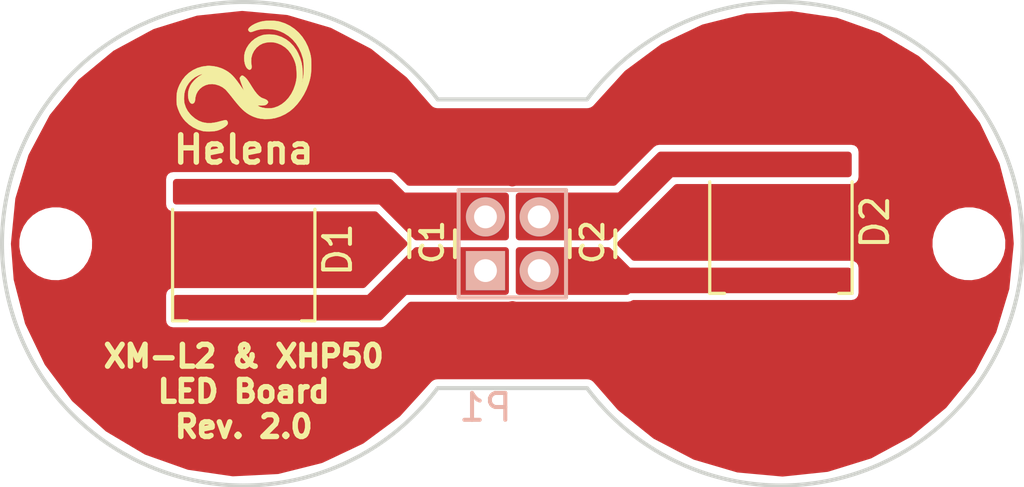
<source format=kicad_pcb>
(kicad_pcb (version 4) (host pcbnew 4.0.5)

  (general
    (links 27)
    (no_connects 0)
    (area 23.442857 140.924999 76.557143 159.075001)
    (thickness 1.6)
    (drawings 8)
    (tracks 1)
    (zones 0)
    (modules 8)
    (nets 6)
  )

  (page A4)
  (title_block
    (title "Helena XM-L2 & XHP50 LED Board")
    (date 2017-02-27)
    (rev 2.2)
  )

  (layers
    (0 F.Cu signal)
    (31 B.Cu signal)
    (32 B.Adhes user)
    (33 F.Adhes user)
    (34 B.Paste user)
    (35 F.Paste user)
    (36 B.SilkS user)
    (37 F.SilkS user)
    (38 B.Mask user)
    (39 F.Mask user)
    (40 Dwgs.User user)
    (41 Cmts.User user)
    (42 Eco1.User user)
    (43 Eco2.User user hide)
    (44 Edge.Cuts user)
    (45 Margin user)
    (46 B.CrtYd user)
    (47 F.CrtYd user)
    (48 B.Fab user)
    (49 F.Fab user hide)
  )

  (setup
    (last_trace_width 0.254)
    (trace_clearance 0.254)
    (zone_clearance 0.254)
    (zone_45_only yes)
    (trace_min 0.254)
    (segment_width 0.2)
    (edge_width 0.15)
    (via_size 0.6096)
    (via_drill 0.3048)
    (via_min_size 0.6096)
    (via_min_drill 0.3)
    (uvia_size 0.3)
    (uvia_drill 0.1)
    (uvias_allowed no)
    (uvia_min_size 0.2)
    (uvia_min_drill 0.1)
    (pcb_text_width 0.3)
    (pcb_text_size 1.5 1.5)
    (mod_edge_width 0.15)
    (mod_text_size 1 1)
    (mod_text_width 0.15)
    (pad_size 1.524 1.524)
    (pad_drill 0.762)
    (pad_to_mask_clearance 0.2)
    (aux_axis_origin 0 0)
    (grid_origin 50 150)
    (visible_elements 7FFCFFFF)
    (pcbplotparams
      (layerselection 0x00030_80000001)
      (usegerberextensions false)
      (excludeedgelayer true)
      (linewidth 0.100000)
      (plotframeref false)
      (viasonmask false)
      (mode 1)
      (useauxorigin false)
      (hpglpennumber 1)
      (hpglpenspeed 20)
      (hpglpendiameter 15)
      (hpglpenoverlay 2)
      (psnegative false)
      (psa4output false)
      (plotreference true)
      (plotvalue true)
      (plotinvisibletext false)
      (padsonsilk false)
      (subtractmaskfromsilk false)
      (outputformat 1)
      (mirror false)
      (drillshape 1)
      (scaleselection 1)
      (outputdirectory ""))
  )

  (net 0 "")
  (net 1 "Net-(C1-Pad1)")
  (net 2 "Net-(C1-Pad2)")
  (net 3 "Net-(C2-Pad1)")
  (net 4 "Net-(C2-Pad2)")
  (net 5 GND)

  (net_class Default "This is the default net class."
    (clearance 0.254)
    (trace_width 0.254)
    (via_dia 0.6096)
    (via_drill 0.3048)
    (uvia_dia 0.3)
    (uvia_drill 0.1)
    (add_net GND)
    (add_net "Net-(C1-Pad1)")
    (add_net "Net-(C1-Pad2)")
    (add_net "Net-(C2-Pad1)")
    (add_net "Net-(C2-Pad2)")
  )

  (module rt_Pin_Header:Pin_Header_Straight_2x02_2.00_Pitch (layer B.Cu) (tedit 58B42479) (tstamp 58B42753)
    (at 49 151)
    (descr "Through hole pin header")
    (tags "pin header")
    (path /58B41DE0)
    (fp_text reference P1 (at 0 5.1) (layer B.SilkS)
      (effects (font (size 1 1) (thickness 0.15)) (justify mirror))
    )
    (fp_text value CONN_02X02 (at 0 3.1) (layer B.Fab)
      (effects (font (size 1 1) (thickness 0.15)) (justify mirror))
    )
    (fp_line (start -1.5 1.5) (end 3.5 1.5) (layer B.CrtYd) (width 0.05))
    (fp_line (start 3.5 1.5) (end 3.5 -3.5) (layer B.CrtYd) (width 0.05))
    (fp_line (start 3.5 -3.5) (end -1.5 -3.5) (layer B.CrtYd) (width 0.05))
    (fp_line (start -1.5 -3.5) (end -1.5 1.5) (layer B.CrtYd) (width 0.05))
    (fp_line (start -1 1) (end -1 -3) (layer B.SilkS) (width 0.15))
    (fp_line (start -1 -3) (end 3 -3) (layer B.SilkS) (width 0.15))
    (fp_line (start 3 -3) (end 3 1) (layer B.SilkS) (width 0.15))
    (fp_line (start 3 1) (end -1 1) (layer B.SilkS) (width 0.15))
    (pad 1 thru_hole rect (at 0 0) (size 1.4596 1.4596) (drill 0.85) (layers *.Cu *.Mask B.SilkS)
      (net 2 "Net-(C1-Pad2)"))
    (pad 2 thru_hole circle (at 2 0) (size 1.4596 1.4596) (drill 0.85) (layers *.Cu *.Mask B.SilkS)
      (net 4 "Net-(C2-Pad2)"))
    (pad 3 thru_hole circle (at 0 -2) (size 1.4596 1.4596) (drill 0.85) (layers *.Cu *.Mask B.SilkS)
      (net 1 "Net-(C1-Pad1)"))
    (pad 4 thru_hole circle (at 2 -2) (size 1.4596 1.4596) (drill 0.85) (layers *.Cu *.Mask B.SilkS)
      (net 3 "Net-(C2-Pad1)"))
    (model Pin_Headers.3dshapes/Pin_Header_Straight_2x04.wrl
      (at (xyz 0.05 -0.15 0))
      (scale (xyz 1 1 1))
      (rotate (xyz 0 0 90))
    )
  )

  (module rt_Mounting_Holes:MountingHole_2.2mm_M2_Helena (layer F.Cu) (tedit 5810818D) (tstamp 58B427B1)
    (at 33 150)
    (descr "Mounting Hole 2.2mm, no annular, M2")
    (tags "mounting hole 2.2mm no annular m2")
    (fp_text reference REF** (at 0 -3.2) (layer F.SilkS) hide
      (effects (font (size 0.8128 0.8128) (thickness 0.1524)))
    )
    (fp_text value MountingHole_2.2mm_M2 (at 0 3.2) (layer F.Fab) hide
      (effects (font (size 1 1) (thickness 0.15)))
    )
    (fp_circle (center 0 0) (end 2 0) (layer B.CrtYd) (width 0.05))
    (fp_circle (center 0 0) (end 2 0) (layer F.CrtYd) (width 0.05))
    (pad "" np_thru_hole circle (at 0 0) (size 2.2 2.2) (drill 2.2) (layers *.Cu *.Mask))
  )

  (module rt_Mounting_Holes:MountingHole_2.2mm_M2_Helena (layer F.Cu) (tedit 5810818D) (tstamp 58B427B2)
    (at 67 150)
    (descr "Mounting Hole 2.2mm, no annular, M2")
    (tags "mounting hole 2.2mm no annular m2")
    (fp_text reference REF** (at 0 -3.2) (layer F.SilkS) hide
      (effects (font (size 0.8128 0.8128) (thickness 0.1524)))
    )
    (fp_text value MountingHole_2.2mm_M2 (at 0 3.2) (layer F.Fab) hide
      (effects (font (size 1 1) (thickness 0.15)))
    )
    (fp_circle (center 0 0) (end 2 0) (layer B.CrtYd) (width 0.05))
    (fp_circle (center 0 0) (end 2 0) (layer F.CrtYd) (width 0.05))
    (pad "" np_thru_hole circle (at 0 0) (size 2.2 2.2) (drill 2.2) (layers *.Cu *.Mask))
  )

  (module rt_device:C_0805 (layer F.Cu) (tedit 5810812B) (tstamp 58B4285E)
    (at 47.0155 150 270)
    (descr "Capacitor SMD 0805, reflow soldering, AVX (see smccp.pdf)")
    (tags "capacitor 0805")
    (path /58B41EE1)
    (attr smd)
    (fp_text reference C1 (at -0.0635 0 270) (layer F.SilkS)
      (effects (font (size 0.8128 0.8128) (thickness 0.1524)))
    )
    (fp_text value 10u/16 (at 0 2.1 270) (layer F.Fab)
      (effects (font (size 1 1) (thickness 0.15)))
    )
    (fp_line (start -1 0.625) (end -1 -0.625) (layer F.Fab) (width 0.15))
    (fp_line (start 1 0.625) (end -1 0.625) (layer F.Fab) (width 0.15))
    (fp_line (start 1 -0.625) (end 1 0.625) (layer F.Fab) (width 0.15))
    (fp_line (start -1 -0.625) (end 1 -0.625) (layer F.Fab) (width 0.15))
    (fp_line (start -1.8 -1) (end 1.8 -1) (layer F.CrtYd) (width 0.05))
    (fp_line (start -1.8 1) (end 1.8 1) (layer F.CrtYd) (width 0.05))
    (fp_line (start -1.8 -1) (end -1.8 1) (layer F.CrtYd) (width 0.05))
    (fp_line (start 1.8 -1) (end 1.8 1) (layer F.CrtYd) (width 0.05))
    (fp_line (start 0.5 -0.85) (end -0.5 -0.85) (layer F.SilkS) (width 0.15))
    (fp_line (start -0.5 0.85) (end 0.5 0.85) (layer F.SilkS) (width 0.15))
    (pad 1 smd rect (at -1 0 270) (size 1 1.25) (layers F.Cu F.Paste F.Mask)
      (net 1 "Net-(C1-Pad1)"))
    (pad 2 smd rect (at 1 0 270) (size 1 1.25) (layers F.Cu F.Paste F.Mask)
      (net 2 "Net-(C1-Pad2)"))
    (model Capacitors_SMD.3dshapes/C_0805.wrl
      (at (xyz 0 0 0))
      (scale (xyz 1 1 1))
      (rotate (xyz 0 0 0))
    )
  )

  (module rt_device:C_0805 (layer F.Cu) (tedit 5810812B) (tstamp 58B42863)
    (at 52.9845 150 270)
    (descr "Capacitor SMD 0805, reflow soldering, AVX (see smccp.pdf)")
    (tags "capacitor 0805")
    (path /58B41E62)
    (attr smd)
    (fp_text reference C2 (at -0.0635 0 270) (layer F.SilkS)
      (effects (font (size 0.8128 0.8128) (thickness 0.1524)))
    )
    (fp_text value 10u/16 (at 0 2.1 270) (layer F.Fab)
      (effects (font (size 1 1) (thickness 0.15)))
    )
    (fp_line (start -1 0.625) (end -1 -0.625) (layer F.Fab) (width 0.15))
    (fp_line (start 1 0.625) (end -1 0.625) (layer F.Fab) (width 0.15))
    (fp_line (start 1 -0.625) (end 1 0.625) (layer F.Fab) (width 0.15))
    (fp_line (start -1 -0.625) (end 1 -0.625) (layer F.Fab) (width 0.15))
    (fp_line (start -1.8 -1) (end 1.8 -1) (layer F.CrtYd) (width 0.05))
    (fp_line (start -1.8 1) (end 1.8 1) (layer F.CrtYd) (width 0.05))
    (fp_line (start -1.8 -1) (end -1.8 1) (layer F.CrtYd) (width 0.05))
    (fp_line (start 1.8 -1) (end 1.8 1) (layer F.CrtYd) (width 0.05))
    (fp_line (start 0.5 -0.85) (end -0.5 -0.85) (layer F.SilkS) (width 0.15))
    (fp_line (start -0.5 0.85) (end 0.5 0.85) (layer F.SilkS) (width 0.15))
    (pad 1 smd rect (at -1 0 270) (size 1 1.25) (layers F.Cu F.Paste F.Mask)
      (net 3 "Net-(C2-Pad1)"))
    (pad 2 smd rect (at 1 0 270) (size 1 1.25) (layers F.Cu F.Paste F.Mask)
      (net 4 "Net-(C2-Pad2)"))
    (model Capacitors_SMD.3dshapes/C_0805.wrl
      (at (xyz 0 0 0))
      (scale (xyz 1 1 1))
      (rotate (xyz 0 0 0))
    )
  )

  (module rt_leds:LED_CREE-XML (layer F.Cu) (tedit 58B4285B) (tstamp 58B42712)
    (at 40 150.219 90)
    (descr "CREE XHP50, 6V footprint, http://www.cree.com/~/media/Files/Cree/LED%20Components%20and%20Modules/XLamp/Data%20and%20Binning/ds%20XHP50.pdf ")
    (tags "LED CREE XHP50")
    (path /58B438EC)
    (attr smd)
    (fp_text reference D1 (at 0 3.5 90) (layer F.SilkS)
      (effects (font (size 1 1) (thickness 0.15)))
    )
    (fp_text value LED_POWER (at 0 -3.5 90) (layer F.Fab)
      (effects (font (size 1 1) (thickness 0.15)))
    )
    (fp_line (start 2.75 -2.75) (end -2.75 -2.75) (layer F.CrtYd) (width 0.05))
    (fp_line (start -2.75 -2.75) (end -2.75 2.75) (layer F.CrtYd) (width 0.05))
    (fp_line (start -2.75 2.75) (end 2.75 2.75) (layer F.CrtYd) (width 0.05))
    (fp_line (start 2.75 2.75) (end 2.75 -2.75) (layer F.CrtYd) (width 0.05))
    (fp_line (start -1.1 0) (end -2.15 0) (layer F.Fab) (width 0.1))
    (fp_line (start 1.1 0) (end 2.15 0) (layer F.Fab) (width 0.1))
    (fp_line (start -2.65 -2.65) (end -2.65 -2.1) (layer F.SilkS) (width 0.12))
    (fp_line (start -2.65 2.65) (end -2.65 2.15) (layer F.SilkS) (width 0.12))
    (fp_line (start 1.5 2.65) (end -2.65 2.65) (layer F.SilkS) (width 0.12))
    (fp_line (start 1.5 -2.65) (end -2.65 -2.65) (layer F.SilkS) (width 0.12))
    (fp_line (start -2.5 2.5) (end -2.5 -2.5) (layer F.Fab) (width 0.1))
    (fp_line (start 2.5 2.5) (end -2.5 2.5) (layer F.Fab) (width 0.1))
    (fp_line (start 2.5 -2.5) (end 2.5 2.5) (layer F.Fab) (width 0.1))
    (fp_line (start -2.5 -2.5) (end 2.5 -2.5) (layer F.Fab) (width 0.1))
    (fp_line (start 0.6 0) (end 0.35 0) (layer F.Fab) (width 0.1))
    (fp_line (start 0.6 0) (end 1.1 0) (layer F.Fab) (width 0.1))
    (fp_line (start 0.35 0.5) (end 0.35 0) (layer F.Fab) (width 0.1))
    (fp_line (start -0.4 -0.5) (end -0.4 0.5) (layer F.Fab) (width 0.1))
    (fp_line (start 0.35 0) (end 0.35 -0.5) (layer F.Fab) (width 0.1))
    (fp_line (start -0.4 0) (end 0.35 0.5) (layer F.Fab) (width 0.1))
    (fp_line (start 0.35 -0.5) (end -0.4 0) (layer F.Fab) (width 0.1))
    (fp_line (start -1.1 0) (end -0.35 0) (layer F.Fab) (width 0.1))
    (pad 1 smd rect (at -2.14 0 90) (size 0.5 4.78) (layers F.Cu F.Paste F.Mask)
      (net 2 "Net-(C1-Pad2)"))
    (pad 3 smd rect (at -0.61 -1.57 90) (size 0.97 0.8) (layers F.Cu F.Paste F.Mask)
      (net 5 GND))
    (pad 2 smd rect (at 2.14 0 90) (size 0.5 4.78) (layers F.Cu F.Paste F.Mask)
      (net 1 "Net-(C1-Pad1)"))
    (pad 3 smd rect (at 0.61 -1.57 90) (size 0.97 0.8) (layers F.Cu F.Paste F.Mask)
      (net 5 GND))
    (pad 3 smd rect (at -0.61 -0.53 90) (size 0.97 0.8) (layers F.Cu F.Paste F.Mask)
      (net 5 GND))
    (pad 3 smd rect (at 0.61 -0.53 90) (size 0.97 0.8) (layers F.Cu F.Paste F.Mask)
      (net 5 GND))
    (pad 3 smd rect (at -0.61 0.53 90) (size 0.97 0.8) (layers F.Cu F.Paste F.Mask)
      (net 5 GND))
    (pad 3 smd rect (at 0.61 0.53 90) (size 0.97 0.8) (layers F.Cu F.Paste F.Mask)
      (net 5 GND))
    (pad 3 smd rect (at -0.61 1.57 90) (size 0.97 0.8) (layers F.Cu F.Paste F.Mask)
      (net 5 GND))
    (pad 3 smd rect (at 0.61 1.57 90) (size 0.97 0.8) (layers F.Cu F.Paste F.Mask)
      (net 5 GND))
    (pad 3 smd rect (at 0 0 90) (size 2.78 4.78) (layers F.Cu F.Mask)
      (net 5 GND))
    (model LEDs.3dshapes\LED_CREE-XHP50_6V.wrl
      (at (xyz 0 0 0))
      (scale (xyz 1 1 1))
      (rotate (xyz 0 0 0))
    )
  )

  (module rt_leds:LED_CREE-XHP50 (layer F.Cu) (tedit 58B42897) (tstamp 58B4274B)
    (at 60 149.197 90)
    (descr "CREE XHP50, 6V footprint, http://www.cree.com/~/media/Files/Cree/LED%20Components%20and%20Modules/XLamp/Data%20and%20Binning/ds%20XHP50.pdf ")
    (tags "LED CREE XHP50")
    (path /58B435CF)
    (attr smd)
    (fp_text reference D2 (at 0 3.5 90) (layer F.SilkS)
      (effects (font (size 1 1) (thickness 0.15)))
    )
    (fp_text value XHP50 (at 0 -3.5 90) (layer F.Fab)
      (effects (font (size 1 1) (thickness 0.15)))
    )
    (fp_line (start 2.75 -2.75) (end -2.75 -2.75) (layer F.CrtYd) (width 0.05))
    (fp_line (start -2.75 -2.75) (end -2.75 2.75) (layer F.CrtYd) (width 0.05))
    (fp_line (start -2.75 2.75) (end 2.75 2.75) (layer F.CrtYd) (width 0.05))
    (fp_line (start 2.75 2.75) (end 2.75 -2.75) (layer F.CrtYd) (width 0.05))
    (fp_line (start 1.5 -1) (end 2 -1) (layer F.Fab) (width 0.1))
    (fp_line (start 0.5 -1) (end -0.5 -1) (layer F.Fab) (width 0.1))
    (fp_line (start -0.5 -0.5) (end -1.25 -1) (layer F.Fab) (width 0.1))
    (fp_line (start -0.5 -1.5) (end -0.5 -0.5) (layer F.Fab) (width 0.1))
    (fp_line (start -1.25 -1) (end -0.5 -1.5) (layer F.Fab) (width 0.1))
    (fp_line (start -1.25 -1) (end -1.25 -0.5) (layer F.Fab) (width 0.1))
    (fp_line (start -1.25 -1) (end -1.25 -1.5) (layer F.Fab) (width 0.1))
    (fp_line (start -2 -1) (end -1.25 -1) (layer F.Fab) (width 0.1))
    (fp_line (start 0.5 -1.5) (end 0.5 -0.5) (layer F.Fab) (width 0.1))
    (fp_line (start 1.25 -0.5) (end 1.25 -1) (layer F.Fab) (width 0.1))
    (fp_line (start 0.5 -1) (end 1.25 -0.5) (layer F.Fab) (width 0.1))
    (fp_line (start 1.25 -1.5) (end 0.5 -1) (layer F.Fab) (width 0.1))
    (fp_line (start 1.25 -1) (end 1.25 -1.5) (layer F.Fab) (width 0.1))
    (fp_line (start 1.5 -1) (end 1.25 -1) (layer F.Fab) (width 0.1))
    (fp_line (start -2.65 -2.65) (end -2.65 -2.1) (layer F.SilkS) (width 0.12))
    (fp_line (start -2.65 2.65) (end -2.65 2.15) (layer F.SilkS) (width 0.12))
    (fp_line (start 1.5 2.65) (end -2.65 2.65) (layer F.SilkS) (width 0.12))
    (fp_line (start 1.5 -2.65) (end -2.65 -2.65) (layer F.SilkS) (width 0.12))
    (fp_line (start -2.5 2.5) (end -2.5 -2.5) (layer F.Fab) (width 0.1))
    (fp_line (start 2.5 2.5) (end -2.5 2.5) (layer F.Fab) (width 0.1))
    (fp_line (start 2.5 -2.5) (end 2.5 2.5) (layer F.Fab) (width 0.1))
    (fp_line (start -2.5 -2.5) (end 2.5 -2.5) (layer F.Fab) (width 0.1))
    (fp_line (start 1.5 1.25) (end 1.25 1.25) (layer F.Fab) (width 0.1))
    (fp_line (start 0.5 1.25) (end -0.5 1.25) (layer F.Fab) (width 0.1))
    (fp_line (start 1.5 1.25) (end 2 1.25) (layer F.Fab) (width 0.1))
    (fp_line (start 1.25 1.75) (end 1.25 1.25) (layer F.Fab) (width 0.1))
    (fp_line (start 0.5 0.75) (end 0.5 1.75) (layer F.Fab) (width 0.1))
    (fp_line (start 1.25 1.25) (end 1.25 0.75) (layer F.Fab) (width 0.1))
    (fp_line (start 0.5 1.25) (end 1.25 1.75) (layer F.Fab) (width 0.1))
    (fp_line (start 1.25 0.75) (end 0.5 1.25) (layer F.Fab) (width 0.1))
    (fp_line (start -2 1.25) (end -1.25 1.25) (layer F.Fab) (width 0.1))
    (fp_line (start -1.25 1.25) (end -1.25 0.75) (layer F.Fab) (width 0.1))
    (fp_line (start -1.25 1.25) (end -1.25 1.75) (layer F.Fab) (width 0.1))
    (fp_line (start -1.25 1.25) (end -0.5 0.75) (layer F.Fab) (width 0.1))
    (fp_line (start -0.5 0.75) (end -0.5 1.75) (layer F.Fab) (width 0.1))
    (fp_line (start -0.5 1.75) (end -1.25 1.25) (layer F.Fab) (width 0.1))
    (pad 3 smd rect (at 2.14 1.32 90) (size 0.5 2.14) (layers F.Cu F.Paste F.Mask)
      (net 3 "Net-(C2-Pad1)"))
    (pad 5 smd rect (at -0.61 -1.57 90) (size 0.97 0.8) (layers F.Cu F.Paste F.Mask)
      (net 5 GND))
    (pad 2 smd rect (at -2.14 1.32 90) (size 0.5 2.14) (layers F.Cu F.Paste F.Mask)
      (net 4 "Net-(C2-Pad2)"))
    (pad 1 smd rect (at -2.14 -1.32 90) (size 0.5 2.14) (layers F.Cu F.Paste F.Mask)
      (net 4 "Net-(C2-Pad2)"))
    (pad 4 smd rect (at 2.14 -1.32 90) (size 0.5 2.14) (layers F.Cu F.Paste F.Mask)
      (net 3 "Net-(C2-Pad1)"))
    (pad 5 smd rect (at 0.61 -1.57 90) (size 0.97 0.8) (layers F.Cu F.Paste F.Mask)
      (net 5 GND))
    (pad 5 smd rect (at -0.61 -0.53 90) (size 0.97 0.8) (layers F.Cu F.Paste F.Mask)
      (net 5 GND))
    (pad 5 smd rect (at 0.61 -0.53 90) (size 0.97 0.8) (layers F.Cu F.Paste F.Mask)
      (net 5 GND))
    (pad 5 smd rect (at -0.61 0.53 90) (size 0.97 0.8) (layers F.Cu F.Paste F.Mask)
      (net 5 GND))
    (pad 5 smd rect (at 0.61 0.53 90) (size 0.97 0.8) (layers F.Cu F.Paste F.Mask)
      (net 5 GND))
    (pad 5 smd rect (at -0.61 1.57 90) (size 0.97 0.8) (layers F.Cu F.Paste F.Mask)
      (net 5 GND))
    (pad 5 smd rect (at 0.61 1.57 90) (size 0.97 0.8) (layers F.Cu F.Paste F.Mask)
      (net 5 GND))
    (pad 5 smd rect (at 0 0 90) (size 2.78 4.78) (layers F.Cu F.Mask)
      (net 5 GND))
    (model LEDs.3dshapes\LED_CREE-XHP50_6V.wrl
      (at (xyz 0 0 0))
      (scale (xyz 1 1 1))
      (rotate (xyz 0 0 0))
    )
  )

  (module rt_Logos:Helena_5,0x4,1mm (layer F.Cu) (tedit 0) (tstamp 58B439FD)
    (at 40 143.75)
    (fp_text reference G*** (at 0 0) (layer F.SilkS) hide
      (effects (font (thickness 0.3)))
    )
    (fp_text value LOGO (at 0.75 0) (layer F.SilkS) hide
      (effects (font (thickness 0.3)))
    )
    (fp_poly (pts (xy 1.121858 -2.050452) (xy 1.24378 -2.037938) (xy 1.333863 -2.020586) (xy 1.532991 -1.955444)
      (xy 1.718711 -1.864607) (xy 1.889446 -1.749826) (xy 2.043616 -1.612847) (xy 2.179642 -1.45542)
      (xy 2.295946 -1.279292) (xy 2.390948 -1.086211) (xy 2.46307 -0.877926) (xy 2.497537 -0.732118)
      (xy 2.504539 -0.679398) (xy 2.510162 -0.603584) (xy 2.514059 -0.511445) (xy 2.515882 -0.409752)
      (xy 2.515966 -0.37353) (xy 2.512664 -0.219078) (xy 2.502381 -0.084343) (xy 2.483638 0.040334)
      (xy 2.454958 0.164608) (xy 2.414863 0.298136) (xy 2.411667 0.307849) (xy 2.335236 0.504347)
      (xy 2.238738 0.69579) (xy 2.125567 0.877258) (xy 1.999113 1.04383) (xy 1.862769 1.190589)
      (xy 1.719927 1.312612) (xy 1.717819 1.31418) (xy 1.546379 1.424246) (xy 1.363047 1.510058)
      (xy 1.171958 1.570334) (xy 0.977241 1.603792) (xy 0.783031 1.60915) (xy 0.769471 1.608434)
      (xy 0.627222 1.59432) (xy 0.500841 1.567901) (xy 0.377773 1.526094) (xy 0.304402 1.494248)
      (xy 0.213233 1.447822) (xy 0.126756 1.394225) (xy 0.041974 1.33067) (xy -0.04411 1.254368)
      (xy -0.134493 1.162534) (xy -0.232172 1.052381) (xy -0.340145 0.92112) (xy -0.417258 0.823174)
      (xy -0.480457 0.74308) (xy -0.54277 0.666407) (xy -0.600077 0.598053) (xy -0.648257 0.542919)
      (xy -0.683191 0.505905) (xy -0.687363 0.50191) (xy -0.789866 0.423721) (xy -0.908323 0.363015)
      (xy -1.035528 0.322071) (xy -1.164274 0.303168) (xy -1.287356 0.308583) (xy -1.294879 0.309812)
      (xy -1.421208 0.344994) (xy -1.534817 0.403263) (xy -1.632593 0.481355) (xy -1.711426 0.576008)
      (xy -1.768206 0.683959) (xy -1.79982 0.801944) (xy -1.804306 0.844111) (xy -1.814264 0.924428)
      (xy -1.833259 0.98024) (xy -1.863445 1.01612) (xy -1.892857 1.032005) (xy -1.938046 1.035632)
      (xy -1.978923 1.013495) (xy -2.014153 0.969563) (xy -2.042407 0.907806) (xy -2.062351 0.832193)
      (xy -2.072653 0.746693) (xy -2.071982 0.655276) (xy -2.059005 0.56191) (xy -2.055659 0.546892)
      (xy -2.034789 0.476234) (xy -2.006073 0.400796) (xy -1.983649 0.352657) (xy -1.930431 0.270091)
      (xy -1.857675 0.183459) (xy -1.773273 0.100556) (xy -1.685115 0.029177) (xy -1.606176 -0.020288)
      (xy -1.560413 -0.045803) (xy -1.541153 -0.06063) (xy -1.546969 -0.064711) (xy -1.576438 -0.057991)
      (xy -1.628135 -0.040411) (xy -1.673412 -0.022964) (xy -1.810312 0.047415) (xy -1.932756 0.142171)
      (xy -2.037856 0.25813) (xy -2.122725 0.392119) (xy -2.183493 0.537882) (xy -2.20662 0.634928)
      (xy -2.220286 0.746058) (xy -2.22399 0.860073) (xy -2.217235 0.965776) (xy -2.205468 1.031036)
      (xy -2.156792 1.177185) (xy -2.086653 1.308035) (xy -1.991481 1.429772) (xy -1.950902 1.472062)
      (xy -1.818909 1.585737) (xy -1.679858 1.670843) (xy -1.532781 1.727622) (xy -1.37671 1.756318)
      (xy -1.210678 1.757174) (xy -1.033715 1.730432) (xy -0.976506 1.716582) (xy -0.87359 1.689706)
      (xy -0.795617 1.669866) (xy -0.738656 1.656399) (xy -0.698776 1.648643) (xy -0.672047 1.645933)
      (xy -0.654538 1.647606) (xy -0.642318 1.652998) (xy -0.634527 1.658863) (xy -0.600542 1.703818)
      (xy -0.590004 1.757313) (xy -0.597763 1.793221) (xy -0.627733 1.83636) (xy -0.680735 1.883641)
      (xy -0.750939 1.931457) (xy -0.832518 1.976199) (xy -0.919644 2.014256) (xy -0.994402 2.038843)
      (xy -1.077795 2.055348) (xy -1.179432 2.06604) (xy -1.288905 2.070642) (xy -1.395801 2.068879)
      (xy -1.489711 2.060476) (xy -1.53147 2.053055) (xy -1.712991 1.99762) (xy -1.883481 1.915957)
      (xy -2.03941 1.810301) (xy -2.177247 1.682891) (xy -2.248436 1.598706) (xy -2.325212 1.488315)
      (xy -2.387413 1.373384) (xy -2.441019 1.242517) (xy -2.452329 1.210235) (xy -2.472346 1.149473)
      (xy -2.485989 1.099733) (xy -2.494498 1.052344) (xy -2.499116 0.998636) (xy -2.501086 0.92994)
      (xy -2.501561 0.866588) (xy -2.499146 0.743112) (xy -2.489452 0.63918) (xy -2.470346 0.5449)
      (xy -2.439696 0.450381) (xy -2.395369 0.345731) (xy -2.383979 0.321235) (xy -2.290717 0.156871)
      (xy -2.175812 0.011703) (xy -2.041754 -0.112693) (xy -1.891034 -0.214742) (xy -1.726143 -0.292868)
      (xy -1.549572 -0.345495) (xy -1.363812 -0.371048) (xy -1.285932 -0.373333) (xy -1.139321 -0.362469)
      (xy -0.985951 -0.33237) (xy -0.839005 -0.286059) (xy -0.763202 -0.253578) (xy -0.667219 -0.20374)
      (xy -0.580489 -0.149572) (xy -0.499533 -0.087678) (xy -0.420873 -0.014663) (xy -0.341029 0.072869)
      (xy -0.256523 0.178314) (xy -0.163877 0.305068) (xy -0.106757 0.387184) (xy -0.066651 0.445049)
      (xy -0.03342 0.491872) (xy -0.010212 0.523302) (xy -0.000175 0.534986) (xy 0 0.534782)
      (xy -0.004947 0.51865) (xy -0.018542 0.479767) (xy -0.038914 0.423355) (xy -0.064192 0.354632)
      (xy -0.074503 0.326892) (xy -0.101474 0.25223) (xy -0.124123 0.185152) (xy -0.140501 0.131773)
      (xy -0.148655 0.09821) (xy -0.149209 0.092703) (xy -0.139056 0.059961) (xy -0.114203 0.024149)
      (xy -0.083552 -0.004282) (xy -0.057512 -0.014941) (xy -0.025589 -0.004006) (xy 0.017859 0.025151)
      (xy 0.066148 0.067059) (xy 0.112597 0.116244) (xy 0.131549 0.139866) (xy 0.160567 0.18089)
      (xy 0.200254 0.240515) (xy 0.246007 0.311656) (xy 0.293221 0.387231) (xy 0.307644 0.410795)
      (xy 0.399525 0.551206) (xy 0.487619 0.664543) (xy 0.571351 0.750188) (xy 0.650145 0.807521)
      (xy 0.694765 0.828057) (xy 0.770276 0.855765) (xy 0.822751 0.878555) (xy 0.857931 0.899553)
      (xy 0.881559 0.921886) (xy 0.891115 0.934955) (xy 0.907774 0.966268) (xy 0.906063 0.991456)
      (xy 0.895582 1.01239) (xy 0.859491 1.056417) (xy 0.807924 1.085183) (xy 0.736816 1.100112)
      (xy 0.642105 1.102627) (xy 0.638363 1.102509) (xy 0.57623 1.101094) (xy 0.540014 1.102253)
      (xy 0.525819 1.106513) (xy 0.52975 1.114405) (xy 0.532882 1.116842) (xy 0.602302 1.1538)
      (xy 0.692904 1.182076) (xy 0.797009 1.20074) (xy 0.906941 1.208863) (xy 1.015022 1.205515)
      (xy 1.113574 1.189767) (xy 1.120588 1.188003) (xy 1.274751 1.132909) (xy 1.418582 1.051373)
      (xy 1.550214 0.945614) (xy 1.667775 0.817848) (xy 1.769395 0.670296) (xy 1.853204 0.505173)
      (xy 1.917333 0.324699) (xy 1.945708 0.209376) (xy 1.945744 0.209176) (xy 2.166471 0.209176)
      (xy 2.171937 0.221475) (xy 2.176432 0.219137) (xy 2.17822 0.201405) (xy 2.176432 0.199216)
      (xy 2.167549 0.201267) (xy 2.166471 0.209176) (xy 1.945744 0.209176) (xy 1.95886 0.137977)
      (xy 1.966737 0.071789) (xy 1.969978 0.000768) (xy 1.969225 -0.085127) (xy 1.967637 -0.134471)
      (xy 1.960303 -0.259879) (xy 1.947136 -0.365092) (xy 1.925965 -0.459569) (xy 1.894617 -0.552772)
      (xy 1.850922 -0.654162) (xy 1.845899 -0.664882) (xy 1.758973 -0.822243) (xy 1.658022 -0.954053)
      (xy 1.541541 -1.061894) (xy 1.408024 -1.14735) (xy 1.368041 -1.167173) (xy 1.253518 -1.214133)
      (xy 1.147215 -1.242085) (xy 1.036971 -1.253871) (xy 0.993588 -1.254704) (xy 0.842551 -1.242588)
      (xy 0.707877 -1.205872) (xy 0.588194 -1.144008) (xy 0.482131 -1.056448) (xy 0.472119 -1.04615)
      (xy 0.382459 -0.931404) (xy 0.319257 -0.804261) (xy 0.28347 -0.667766) (xy 0.276055 -0.524962)
      (xy 0.283941 -0.447856) (xy 0.293872 -0.36517) (xy 0.293257 -0.30627) (xy 0.28132 -0.266699)
      (xy 0.257283 -0.242003) (xy 0.247101 -0.236601) (xy 0.215582 -0.228548) (xy 0.182359 -0.237883)
      (xy 0.163059 -0.248315) (xy 0.113787 -0.293016) (xy 0.073374 -0.361149) (xy 0.042804 -0.447321)
      (xy 0.023057 -0.546136) (xy 0.015116 -0.652203) (xy 0.019963 -0.760127) (xy 0.03858 -0.864516)
      (xy 0.046024 -0.891162) (xy 0.104402 -1.033686) (xy 0.187928 -1.165505) (xy 0.292739 -1.283087)
      (xy 0.414974 -1.3829) (xy 0.550771 -1.461412) (xy 0.69627 -1.515093) (xy 0.739588 -1.525482)
      (xy 0.841012 -1.53909) (xy 0.958024 -1.542426) (xy 1.078292 -1.535858) (xy 1.18948 -1.519756)
      (xy 1.228213 -1.510843) (xy 1.408029 -1.448963) (xy 1.572428 -1.361741) (xy 1.720427 -1.249999)
      (xy 1.851041 -1.114563) (xy 1.963288 -0.956254) (xy 2.024608 -0.844177) (xy 2.102245 -0.662724)
      (xy 2.15574 -0.480324) (xy 2.186352 -0.290685) (xy 2.19534 -0.087515) (xy 2.193186 -0.001591)
      (xy 2.185789 0.171823) (xy 2.208107 0.089647) (xy 2.219495 0.027883) (xy 2.227543 -0.056425)
      (xy 2.232279 -0.156128) (xy 2.233727 -0.264077) (xy 2.231914 -0.373125) (xy 2.226865 -0.476121)
      (xy 2.218606 -0.565918) (xy 2.207164 -0.635366) (xy 2.205458 -0.642471) (xy 2.140283 -0.847545)
      (xy 2.052962 -1.035779) (xy 1.944768 -1.205504) (xy 1.816973 -1.355051) (xy 1.670849 -1.482747)
      (xy 1.507669 -1.586925) (xy 1.471706 -1.605483) (xy 1.351928 -1.660083) (xy 1.241334 -1.698745)
      (xy 1.12929 -1.724129) (xy 1.005167 -1.738896) (xy 0.918883 -1.743831) (xy 0.758107 -1.744203)
      (xy 0.616911 -1.730757) (xy 0.487846 -1.702423) (xy 0.385203 -1.667072) (xy 0.318677 -1.642476)
      (xy 0.271758 -1.631403) (xy 0.237557 -1.633559) (xy 0.209186 -1.64865) (xy 0.197053 -1.659053)
      (xy 0.169508 -1.69653) (xy 0.167901 -1.736) (xy 0.192917 -1.780613) (xy 0.232548 -1.822113)
      (xy 0.309497 -1.880089) (xy 0.409064 -1.935103) (xy 0.523991 -1.983606) (xy 0.635 -2.018878)
      (xy 0.737468 -2.038969) (xy 0.859141 -2.050944) (xy 0.990457 -2.054779) (xy 1.121858 -2.050452)) (layer F.SilkS) (width 0.01))
  )

  (gr_text "XM-L2 & XHP50\nLED Board\nRev. 2.0" (at 40 155.5) (layer F.SilkS)
    (effects (font (size 0.8128 0.8128) (thickness 0.2032)))
  )
  (gr_text Helena (at 40 146.5) (layer F.SilkS)
    (effects (font (size 1.016 1.016) (thickness 0.2032)))
  )
  (gr_arc (start 60 150) (end 69 150) (angle -143.3) (layer Edge.Cuts) (width 0.15))
  (gr_arc (start 60 150) (end 69 150) (angle 143.3) (layer Edge.Cuts) (width 0.15))
  (gr_arc (start 40 150) (end 31 150) (angle -143.3) (layer Edge.Cuts) (width 0.15))
  (gr_arc (start 40 150) (end 31 150) (angle 143.3) (layer Edge.Cuts) (width 0.15))
  (gr_line (start 47.2187 155.375) (end 52.7813 155.375) (angle 90) (layer Edge.Cuts) (width 0.15))
  (gr_line (start 47.2187 144.625) (end 52.7813 144.625) (angle 90) (layer Edge.Cuts) (width 0.15))

  (segment (start 58.5 151.517) (end 58.68 151.337) (width 0.25) (layer F.Cu) (net 4) (tstamp 58B43044))

  (zone (net 3) (net_name "Net-(C2-Pad1)") (layer F.Cu) (tstamp 58B42D20) (hatch edge 0.508)
    (priority 1)
    (connect_pads yes (clearance 0.254))
    (min_thickness 0.254)
    (fill yes (arc_segments 16) (thermal_gap 0.2032) (thermal_bridge_width 0.254))
    (polygon
      (pts
        (xy 50.127 149.873) (xy 53.6195 149.873) (xy 55.969 147.5235) (xy 62.6365 147.5235) (xy 62.6365 146.571)
        (xy 55.461 146.571) (xy 53.937 148.095) (xy 50.127 148.095)
      )
    )
    (filled_polygon
      (pts
        (xy 62.5095 147.3965) (xy 55.969 147.3965) (xy 55.91959 147.406506) (xy 55.879197 147.433697) (xy 53.566894 149.746)
        (xy 50.254 149.746) (xy 50.254 148.222) (xy 53.937 148.222) (xy 53.98641 148.211994) (xy 54.026803 148.184803)
        (xy 55.513606 146.698) (xy 62.5095 146.698)
      )
    )
  )
  (zone (net 4) (net_name "Net-(C2-Pad2)") (layer F.Cu) (tstamp 58B42D36) (hatch edge 0.508)
    (priority 2)
    (connect_pads yes (clearance 0.254))
    (min_thickness 0.254)
    (fill yes (arc_segments 16) (thermal_gap 0.2032) (thermal_bridge_width 0.254))
    (polygon
      (pts
        (xy 50.127 150.127) (xy 53.6195 150.127) (xy 54.3815 150.889) (xy 62.6365 150.889) (xy 62.6365 151.8415)
        (xy 54.3815 151.8415) (xy 54.318 151.905) (xy 50.127 151.905)
      )
    )
    (filled_polygon
      (pts
        (xy 54.291697 150.978803) (xy 54.333711 151.006666) (xy 54.3815 151.016) (xy 62.5095 151.016) (xy 62.5095 151.7145)
        (xy 54.3815 151.7145) (xy 54.33209 151.724506) (xy 54.291697 151.751697) (xy 54.265394 151.778) (xy 50.254 151.778)
        (xy 50.254 150.254) (xy 53.566894 150.254)
      )
    )
  )
  (zone (net 1) (net_name "Net-(C1-Pad1)") (layer F.Cu) (tstamp 58B42DB0) (hatch edge 0.508)
    (priority 1)
    (connect_pads yes (clearance 0.254))
    (min_thickness 0.254)
    (fill yes (arc_segments 16) (thermal_gap 0.2032) (thermal_bridge_width 0.254))
    (polygon
      (pts
        (xy 49.873 149.873) (xy 46.3805 149.873) (xy 45.047 148.5395) (xy 37.3635 148.5395) (xy 37.3635 147.587)
        (xy 45.4915 147.587) (xy 45.9995 148.095) (xy 49.873 148.095) (xy 49.873 148.1585)
      )
    )
    (filled_polygon
      (pts
        (xy 45.909697 148.184803) (xy 45.951711 148.212666) (xy 45.9995 148.222) (xy 49.746 148.222) (xy 49.746 149.746)
        (xy 46.433106 149.746) (xy 45.136803 148.449697) (xy 45.094789 148.421834) (xy 45.047 148.4125) (xy 37.4905 148.4125)
        (xy 37.4905 147.714) (xy 45.438894 147.714)
      )
    )
  )
  (zone (net 2) (net_name "Net-(C1-Pad2)") (layer F.Cu) (tstamp 58B42DEA) (hatch edge 0.508)
    (priority 2)
    (connect_pads yes (clearance 0.254))
    (min_thickness 0.254)
    (fill yes (arc_segments 16) (thermal_gap 0.2032) (thermal_bridge_width 0.254))
    (polygon
      (pts
        (xy 49.873 150.127) (xy 46.3805 150.127) (xy 44.6025 151.905) (xy 37.3635 151.905) (xy 37.3635 152.8575)
        (xy 45.1105 152.8575) (xy 46.063 151.905) (xy 49.873 151.905)
      )
    )
    (filled_polygon
      (pts
        (xy 49.746 151.778) (xy 46.063 151.778) (xy 46.01359 151.788006) (xy 45.973197 151.815197) (xy 45.057894 152.7305)
        (xy 37.4905 152.7305) (xy 37.4905 152.032) (xy 44.6025 152.032) (xy 44.65191 152.021994) (xy 44.692303 151.994803)
        (xy 46.433106 150.254) (xy 49.746 150.254)
      )
    )
  )
  (zone (net 5) (net_name GND) (layer F.Cu) (tstamp 58B42F7C) (hatch edge 0.508)
    (connect_pads yes (clearance 0.254))
    (min_thickness 0.254)
    (fill yes (arc_segments 32) (thermal_gap 0.2032) (thermal_bridge_width 0.254) (smoothing fillet) (radius 0.5))
    (polygon
      (pts
        (xy 31 150) (xy 31 141) (xy 69 141) (xy 69 159) (xy 31 159)
        (xy 31 157)
      )
    )
    (filled_polygon
      (pts
        (xy 41.600576 141.609486) (xy 43.199817 142.080167) (xy 44.677185 142.852516) (xy 45.979992 143.900002) (xy 46.872618 144.921437)
        (xy 46.881253 144.92956) (xy 46.8929 144.944046) (xy 46.927627 144.973186) (xy 46.937439 144.982416) (xy 46.942119 144.985346)
        (xy 46.961075 145.001252) (xy 47.039062 145.044126) (xy 47.123892 145.071035) (xy 47.212333 145.080956) (xy 47.2187 145.081)
        (xy 52.7813 145.081) (xy 52.869871 145.072316) (xy 52.955068 145.046593) (xy 53.033647 145.004812) (xy 53.048835 144.992425)
        (xy 53.050113 144.991684) (xy 53.054905 144.987474) (xy 53.102613 144.948564) (xy 53.111701 144.937578) (xy 53.116973 144.932947)
        (xy 53.121291 144.928268) (xy 54.273342 143.662181) (xy 55.613425 142.67057) (xy 57.120595 141.958135) (xy 58.737442 141.552011)
        (xy 60.402373 141.467669) (xy 62.051981 141.708321) (xy 63.623434 142.264802) (xy 65.056865 143.11591) (xy 66.297686 144.229235)
        (xy 67.298626 145.562362) (xy 68.021568 147.064525) (xy 68.440125 148.682962) (xy 68.542264 149.995402) (xy 68.379135 151.659113)
        (xy 67.897299 153.255033) (xy 67.114658 154.726967) (xy 66.061022 156.018852) (xy 64.776524 157.081482) (xy 63.310084 157.874383)
        (xy 61.717569 158.367349) (xy 60.059631 158.541606) (xy 58.399424 158.390514) (xy 56.800182 157.919832) (xy 55.322815 157.147483)
        (xy 54.02001 156.100001) (xy 53.127382 155.078563) (xy 53.118747 155.07044) (xy 53.1071 155.055954) (xy 53.072373 155.026814)
        (xy 53.062561 155.017584) (xy 53.057881 155.014654) (xy 53.038925 154.998748) (xy 52.960938 154.955874) (xy 52.876108 154.928965)
        (xy 52.787667 154.919044) (xy 52.7813 154.919) (xy 47.2187 154.919) (xy 47.130129 154.927684) (xy 47.044932 154.953407)
        (xy 46.966353 154.995188) (xy 46.951165 155.007575) (xy 46.949887 155.008316) (xy 46.945095 155.012526) (xy 46.897387 155.051436)
        (xy 46.888299 155.062422) (xy 46.883027 155.067053) (xy 46.878709 155.071732) (xy 45.726658 156.337819) (xy 44.386573 157.329431)
        (xy 42.879405 158.041865) (xy 41.262559 158.447989) (xy 39.597628 158.532331) (xy 37.948014 158.291678) (xy 36.376567 157.735198)
        (xy 34.943135 156.88409) (xy 33.702314 155.770765) (xy 32.701372 154.437634) (xy 31.978432 152.935475) (xy 31.559875 151.317039)
        (xy 31.46707 150.124527) (xy 31.517053 150.124527) (xy 31.569483 150.410194) (xy 31.676401 150.680238) (xy 31.833734 150.924371)
        (xy 32.03549 151.133295) (xy 32.273984 151.299053) (xy 32.540131 151.41533) (xy 32.823795 151.477698) (xy 33.114171 151.48378)
        (xy 33.400197 151.433346) (xy 33.670981 151.328316) (xy 33.916206 151.172691) (xy 34.126534 150.972398) (xy 34.293953 150.735067)
        (xy 34.412085 150.469738) (xy 34.476431 150.186517) (xy 34.481064 149.85478) (xy 34.42465 149.569873) (xy 34.313973 149.301348)
        (xy 34.153246 149.059435) (xy 33.948593 148.853348) (xy 33.707808 148.690937) (xy 33.440063 148.578387) (xy 33.155556 148.519986)
        (xy 32.865124 148.517959) (xy 32.579829 148.572382) (xy 32.310539 148.681182) (xy 32.06751 148.840216) (xy 31.859999 149.043425)
        (xy 31.69591 149.283071) (xy 31.581494 149.550023) (xy 31.521108 149.834116) (xy 31.517053 150.124527) (xy 31.46707 150.124527)
        (xy 31.457736 150.004598) (xy 31.620865 148.340886) (xy 31.848476 147.587) (xy 36.9825 147.587) (xy 36.9825 148.5395)
        (xy 37.008556 148.677977) (xy 37.090396 148.80516) (xy 37.21527 148.890483) (xy 37.3635 148.9205) (xy 44.889184 148.9205)
        (xy 45.968684 150) (xy 44.444684 151.524) (xy 37.3635 151.524) (xy 37.225023 151.550056) (xy 37.09784 151.631896)
        (xy 37.012517 151.75677) (xy 36.9825 151.905) (xy 36.9825 152.8575) (xy 37.008556 152.995977) (xy 37.090396 153.12316)
        (xy 37.21527 153.208483) (xy 37.3635 153.2385) (xy 45.1105 153.2385) (xy 45.253867 153.210497) (xy 45.379908 153.126908)
        (xy 46.220816 152.286) (xy 49.873 152.286) (xy 50.004662 152.261226) (xy 50.127 152.286) (xy 54.318 152.286)
        (xy 54.461367 152.257997) (xy 54.514892 152.2225) (xy 62.6365 152.2225) (xy 62.774977 152.196444) (xy 62.90216 152.114604)
        (xy 62.987483 151.98973) (xy 63.0175 151.8415) (xy 63.0175 150.889) (xy 62.991444 150.750523) (xy 62.909604 150.62334)
        (xy 62.78473 150.538017) (xy 62.6365 150.508) (xy 54.539316 150.508) (xy 54.155843 150.124527) (xy 65.517053 150.124527)
        (xy 65.569483 150.410194) (xy 65.676401 150.680238) (xy 65.833734 150.924371) (xy 66.03549 151.133295) (xy 66.273984 151.299053)
        (xy 66.540131 151.41533) (xy 66.823795 151.477698) (xy 67.114171 151.48378) (xy 67.400197 151.433346) (xy 67.670981 151.328316)
        (xy 67.916206 151.172691) (xy 68.126534 150.972398) (xy 68.293953 150.735067) (xy 68.412085 150.469738) (xy 68.476431 150.186517)
        (xy 68.481064 149.85478) (xy 68.42465 149.569873) (xy 68.313973 149.301348) (xy 68.153246 149.059435) (xy 67.948593 148.853348)
        (xy 67.707808 148.690937) (xy 67.440063 148.578387) (xy 67.155556 148.519986) (xy 66.865124 148.517959) (xy 66.579829 148.572382)
        (xy 66.310539 148.681182) (xy 66.06751 148.840216) (xy 65.859999 149.043425) (xy 65.69591 149.283071) (xy 65.581494 149.550023)
        (xy 65.521108 149.834116) (xy 65.517053 150.124527) (xy 54.155843 150.124527) (xy 54.031316 150) (xy 56.126816 147.9045)
        (xy 62.6365 147.9045) (xy 62.774977 147.878444) (xy 62.90216 147.796604) (xy 62.987483 147.67173) (xy 63.0175 147.5235)
        (xy 63.0175 146.571) (xy 62.991444 146.432523) (xy 62.909604 146.30534) (xy 62.78473 146.220017) (xy 62.6365 146.19)
        (xy 55.461 146.19) (xy 55.317633 146.218003) (xy 55.191592 146.301592) (xy 53.779184 147.714) (xy 50.127 147.714)
        (xy 49.995338 147.738774) (xy 49.873 147.714) (xy 46.157316 147.714) (xy 45.760908 147.317592) (xy 45.63973 147.236017)
        (xy 45.4915 147.206) (xy 37.3635 147.206) (xy 37.225023 147.232056) (xy 37.09784 147.313896) (xy 37.012517 147.43877)
        (xy 36.9825 147.587) (xy 31.848476 147.587) (xy 32.102701 146.744967) (xy 32.885342 145.273033) (xy 33.93898 143.981145)
        (xy 35.223476 142.918518) (xy 36.689914 142.125618) (xy 38.282431 141.632651) (xy 39.940369 141.458394)
      )
    )
  )
)

</source>
